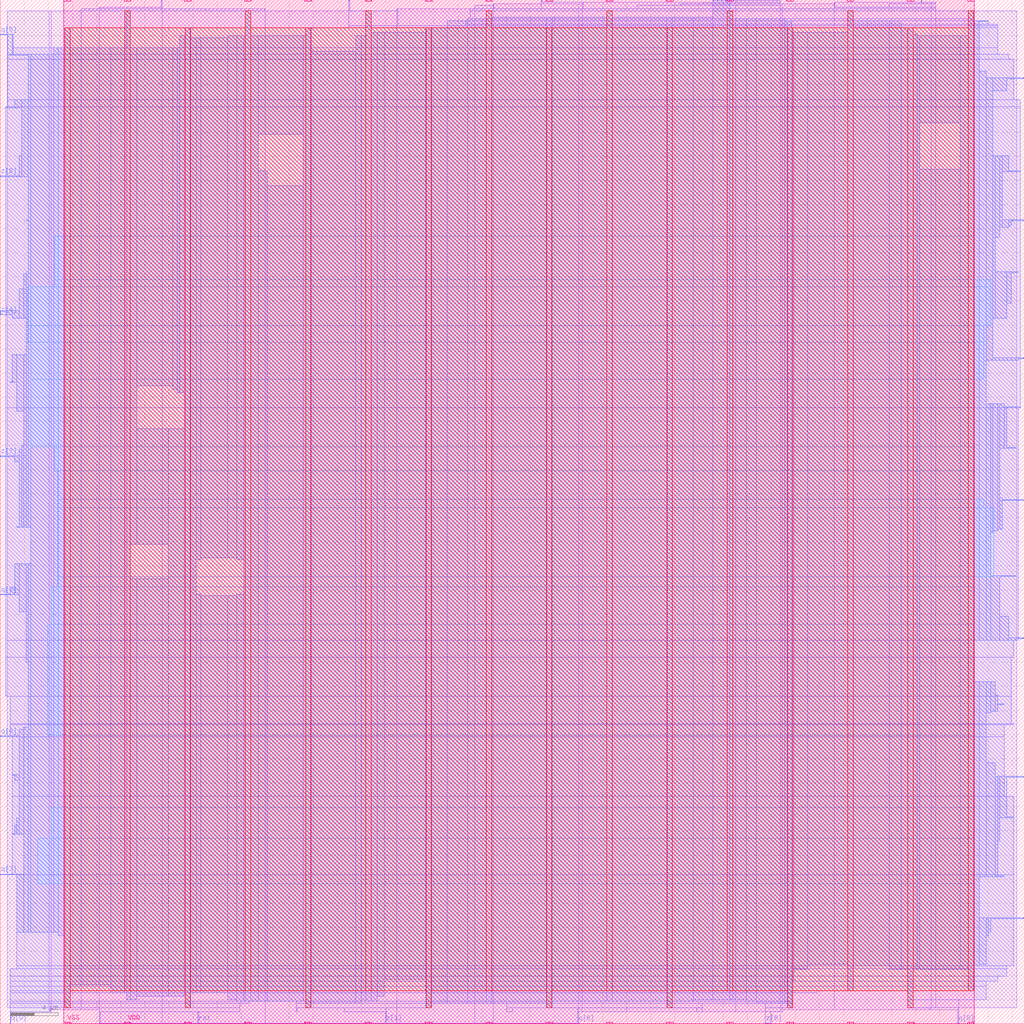
<source format=lef>
VERSION 5.8 ;
BUSBITCHARS "[]" ;
DIVIDERCHAR "/" ;
UNITS
    DATABASE MICRONS 2000 ;
END UNITS

VIA via1_2_1120_340_1_3_300_300
  VIARULE Via1Array-0 ;
  CUTSIZE 0.07 0.07 ;
  LAYERS metal1 via1 metal2 ;
  CUTSPACING 0.08 0.08 ;
  ENCLOSURE 0.035 0.05 0.035 0.035 ;
  ROWCOL 1 3 ;
END via1_2_1120_340_1_3_300_300

VIA via2_3_1120_340_1_3_320_320
  VIARULE Via2Array-0 ;
  CUTSIZE 0.07 0.07 ;
  LAYERS metal2 via2 metal3 ;
  CUTSPACING 0.09 0.09 ;
  ENCLOSURE 0.035 0.035 0.035 0.035 ;
  ROWCOL 1 3 ;
END via2_3_1120_340_1_3_320_320

VIA via3_4_1120_340_1_3_320_320
  VIARULE Via3Array-0 ;
  CUTSIZE 0.07 0.07 ;
  LAYERS metal3 via3 metal4 ;
  CUTSPACING 0.09 0.09 ;
  ENCLOSURE 0.035 0.035 0.035 0.035 ;
  ROWCOL 1 3 ;
END via3_4_1120_340_1_3_320_320

VIA via4_5_1120_340_1_2_600_600
  VIARULE Via4Array-0 ;
  CUTSIZE 0.14 0.14 ;
  LAYERS metal4 via4 metal5 ;
  CUTSPACING 0.16 0.16 ;
  ENCLOSURE 0 0 0 0 ;
  ROWCOL 1 2 ;
END via4_5_1120_340_1_2_600_600

VIA via5_6_1120_340_1_2_600_600
  VIARULE Via5Array-0 ;
  CUTSIZE 0.14 0.14 ;
  LAYERS metal5 via5 metal6 ;
  CUTSPACING 0.16 0.16 ;
  ENCLOSURE 0 0 0.06 0 ;
  ROWCOL 1 2 ;
END via5_6_1120_340_1_2_600_600

MACRO enfasi
  FOREIGN enfasi 0 0 ;
  CLASS BLOCK ;
  SIZE 85 BY 85 ;
  PIN clk
    DIRECTION INPUT ;
    USE SIGNAL ;
    PORT
      LAYER metal3 ;
        RECT  84.93 31.955 85 32.025 ;
    END
  END clk
  PIN q[0]
    DIRECTION OUTPUT ;
    USE SIGNAL ;
    PORT
      LAYER metal3 ;
        RECT  0 23.835 0.07 23.905 ;
    END
  END q[0]
  PIN q[10]
    DIRECTION OUTPUT ;
    USE SIGNAL ;
    PORT
      LAYER metal2 ;
        RECT  60.48 84.93 60.55 85 ;
    END
  END q[10]
  PIN q[11]
    DIRECTION OUTPUT ;
    USE SIGNAL ;
    PORT
      LAYER metal3 ;
        RECT  84.93 8.715 85 8.785 ;
    END
  END q[11]
  PIN q[1]
    DIRECTION OUTPUT ;
    USE SIGNAL ;
    PORT
      LAYER metal3 ;
        RECT  84.93 78.435 85 78.505 ;
    END
  END q[1]
  PIN q[2]
    DIRECTION OUTPUT ;
    USE SIGNAL ;
    PORT
      LAYER metal2 ;
        RECT  13.36 84.93 13.43 85 ;
    END
  END q[2]
  PIN q[3]
    DIRECTION OUTPUT ;
    USE SIGNAL ;
    PORT
      LAYER metal3 ;
        RECT  0 35.595 0.07 35.665 ;
    END
  END q[3]
  PIN q[4]
    DIRECTION OUTPUT ;
    USE SIGNAL ;
    PORT
      LAYER metal2 ;
        RECT  76.44 84.93 76.51 85 ;
    END
  END q[4]
  PIN q[5]
    DIRECTION OUTPUT ;
    USE SIGNAL ;
    PORT
      LAYER metal3 ;
        RECT  0 82.075 0.07 82.145 ;
    END
  END q[5]
  PIN q[6]
    DIRECTION OUTPUT ;
    USE SIGNAL ;
    PORT
      LAYER metal2 ;
        RECT  47.94 0 48.01 0.07 ;
    END
  END q[6]
  PIN q[7]
    DIRECTION OUTPUT ;
    USE SIGNAL ;
    PORT
      LAYER metal3 ;
        RECT  0 12.355 0.07 12.425 ;
    END
  END q[7]
  PIN q[8]
    DIRECTION OUTPUT ;
    USE SIGNAL ;
    PORT
      LAYER metal2 ;
        RECT  79.48 0 79.55 0.07 ;
    END
  END q[8]
  PIN q[9]
    DIRECTION OUTPUT ;
    USE SIGNAL ;
    PORT
      LAYER metal2 ;
        RECT  0.82 0 0.89 0.07 ;
    END
  END q[9]
  PIN rst
    DIRECTION INPUT ;
    USE SIGNAL ;
    PORT
      LAYER metal2 ;
        RECT  16.4 0 16.47 0.07 ;
    END
  END rst
  PIN z[0]
    DIRECTION INPUT ;
    USE SIGNAL ;
    PORT
      LAYER metal2 ;
        RECT  28.94 84.93 29.01 85 ;
    END
  END z[0]
  PIN z[10]
    DIRECTION INPUT ;
    USE SIGNAL ;
    PORT
      LAYER metal3 ;
        RECT  84.93 20.475 85 20.545 ;
    END
  END z[10]
  PIN z[1]
    DIRECTION INPUT ;
    USE SIGNAL ;
    PORT
      LAYER metal2 ;
        RECT  31.98 0 32.05 0.07 ;
    END
  END z[1]
  PIN z[2]
    DIRECTION INPUT ;
    USE SIGNAL ;
    PORT
      LAYER metal3 ;
        RECT  84.93 55.195 85 55.265 ;
    END
  END z[2]
  PIN z[3]
    DIRECTION INPUT ;
    USE SIGNAL ;
    PORT
      LAYER metal3 ;
        RECT  84.93 66.675 85 66.745 ;
    END
  END z[3]
  PIN z[4]
    DIRECTION INPUT ;
    USE SIGNAL ;
    PORT
      LAYER metal3 ;
        RECT  0 58.835 0.07 58.905 ;
    END
  END z[4]
  PIN z[5]
    DIRECTION INPUT ;
    USE SIGNAL ;
    PORT
      LAYER metal2 ;
        RECT  44.9 84.93 44.97 85 ;
    END
  END z[5]
  PIN z[6]
    DIRECTION INPUT ;
    USE SIGNAL ;
    PORT
      LAYER metal2 ;
        RECT  63.52 0 63.59 0.07 ;
    END
  END z[6]
  PIN z[7]
    DIRECTION INPUT ;
    USE SIGNAL ;
    PORT
      LAYER metal3 ;
        RECT  0 47.075 0.07 47.145 ;
    END
  END z[7]
  PIN z[8]
    DIRECTION INPUT ;
    USE SIGNAL ;
    PORT
      LAYER metal3 ;
        RECT  0 70.315 0.07 70.385 ;
    END
  END z[8]
  PIN z[9]
    DIRECTION INPUT ;
    USE SIGNAL ;
    PORT
      LAYER metal3 ;
        RECT  84.93 43.435 85 43.505 ;
    END
  END z[9]
  PIN VSS
    DIRECTION INOUT ;
    USE GROUND ;
    PORT
      LAYER metal6 ;
        RECT  75.29 84.86 75.85 85 ;
        RECT  75.29 0 75.85 0.14 ;
        RECT  65.29 84.86 65.85 85 ;
        RECT  65.29 0 65.85 0.14 ;
        RECT  55.29 84.86 55.85 85 ;
        RECT  55.29 0 55.85 0.14 ;
        RECT  45.29 84.86 45.85 85 ;
        RECT  45.29 0 45.85 0.14 ;
        RECT  35.29 84.86 35.85 85 ;
        RECT  35.29 0 35.85 0.14 ;
        RECT  25.29 84.86 25.85 85 ;
        RECT  25.29 0 25.85 0.14 ;
        RECT  15.29 84.86 15.85 85 ;
        RECT  15.29 0 15.85 0.14 ;
        RECT  5.29 84.86 5.85 85 ;
        RECT  5.29 0 5.85 0.14 ;
    END
  END VSS
  PIN VDD
    DIRECTION INOUT ;
    USE POWER ;
    PORT
      LAYER metal6 ;
        RECT  80.29 84.86 80.85 85 ;
        RECT  80.29 0 80.85 0.14 ;
        RECT  70.29 84.86 70.85 85 ;
        RECT  70.29 0 70.85 0.14 ;
        RECT  60.29 84.86 60.85 85 ;
        RECT  60.29 0 60.85 0.14 ;
        RECT  50.29 84.86 50.85 85 ;
        RECT  50.29 0 50.85 0.14 ;
        RECT  40.29 84.86 40.85 85 ;
        RECT  40.29 0 40.85 0.14 ;
        RECT  30.29 84.86 30.85 85 ;
        RECT  30.29 0 30.85 0.14 ;
        RECT  20.29 84.86 20.85 85 ;
        RECT  20.29 0 20.85 0.14 ;
        RECT  10.29 84.86 10.85 85 ;
        RECT  10.29 0 10.85 0.14 ;
    END
  END VDD
  OBS
    LAYER metal1 ;
     RECT  0.44 27.195 0.57 27.265 ;
     RECT  0.57 1.315 4.05 84.085 ;
     RECT  4.05 1.015 4.235 84.085 ;
     RECT  4.235 1.155 6.71 84.085 ;
     RECT  6.71 1.155 8.23 84.245 ;
     RECT  8.23 0.035 13.43 84.385 ;
     RECT  13.43 0.035 21.98 84.245 ;
     RECT  21.98 0.035 32.93 84.085 ;
     RECT  32.93 0.035 39.39 84.245 ;
     RECT  39.39 0.035 40.91 84.525 ;
     RECT  40.91 0.035 48.01 84.665 ;
     RECT  48.01 1.015 48.32 84.665 ;
     RECT  48.32 1.015 61.05 84.805 ;
     RECT  61.05 1.015 64.73 84.945 ;
     RECT  64.73 1.015 64.92 84.665 ;
     RECT  64.92 1.155 69.22 84.665 ;
     RECT  69.22 1.155 77.27 84.805 ;
     RECT  77.27 1.315 77.65 84.805 ;
     RECT  77.65 1.315 84.36 84.085 ;
    LAYER metal2 ;
     RECT  63.71 0 63.97 0.035 ;
     RECT  0.82 0.035 0.89 1.015 ;
     RECT  8.23 0.035 8.3 1.015 ;
     RECT  16.4 0.035 16.47 1.015 ;
     RECT  31.98 0.035 32.05 1.015 ;
     RECT  47.94 0.035 48.01 1.015 ;
     RECT  63.52 0.035 63.97 1.015 ;
     RECT  79.48 0.035 79.55 1.155 ;
     RECT  0.82 1.015 4.12 1.33 ;
     RECT  8.23 1.015 19.89 1.33 ;
     RECT  24.57 1.015 24.64 1.33 ;
     RECT  28.56 1.015 32.05 1.33 ;
     RECT  42.05 1.015 42.5 1.33 ;
     RECT  47.94 1.015 52 1.33 ;
     RECT  57.82 1.015 58.27 1.33 ;
     RECT  63.52 1.015 64.92 1.33 ;
     RECT  77.2 1.155 79.55 1.33 ;
     RECT  0.82 1.33 19.89 1.715 ;
     RECT  24.57 1.33 35.8 1.715 ;
     RECT  42.05 1.33 58.27 1.715 ;
     RECT  63.52 1.33 65.8 1.715 ;
     RECT  0.82 1.715 20.65 1.855 ;
     RECT  24.57 1.715 65.8 1.855 ;
     RECT  75.34 1.33 79.55 1.995 ;
     RECT  0.82 1.855 65.8 2.555 ;
     RECT  0.82 2.555 67.77 2.73 ;
     RECT  0.82 2.73 70.8 3.115 ;
     RECT  75.34 1.995 81.83 3.115 ;
     RECT  0.82 3.115 81.83 3.535 ;
     RECT  0.82 3.535 82.78 3.955 ;
     RECT  0.82 3.955 83.54 4.585 ;
     RECT  1.39 4.585 83.54 4.795 ;
     RECT  1.39 4.795 84.11 12.355 ;
     RECT  1.01 12.355 84.11 18.865 ;
     RECT  1.01 18.865 83.35 23.835 ;
     RECT  0.82 23.835 83.35 24.815 ;
     RECT  0.82 24.815 84.11 24.885 ;
     RECT  0.82 24.885 83.92 27.195 ;
     RECT  0.44 27.195 83.92 30.415 ;
     RECT  0.44 30.415 84.11 31.815 ;
     RECT  0.44 31.815 84.49 51.135 ;
     RECT  0.44 51.135 84.68 76.125 ;
     RECT  0.63 76.125 84.68 76.685 ;
     RECT  0.63 76.685 84.11 80.045 ;
     RECT  0.63 80.045 83.73 80.465 ;
     RECT  1.01 80.465 82.78 81.025 ;
     RECT  1.01 81.025 1.08 82.145 ;
     RECT  5.34 81.025 82.78 82.67 ;
     RECT  28.94 82.67 82.78 82.845 ;
     RECT  38.63 82.845 82.78 82.985 ;
     RECT  38.63 82.985 82.02 83.265 ;
     RECT  38.82 83.265 80.8 83.405 ;
     RECT  6.71 82.67 21.98 84.07 ;
     RECT  28.94 82.845 33 84.07 ;
     RECT  39.01 83.405 80.8 84.07 ;
     RECT  6.71 84.07 17.04 84.245 ;
     RECT  21.91 84.07 21.98 84.245 ;
     RECT  32.93 84.07 33 84.245 ;
     RECT  39.01 84.07 77.65 84.245 ;
     RECT  8.23 84.245 8.3 84.385 ;
     RECT  69.22 84.245 77.65 84.385 ;
     RECT  39.39 84.245 40.98 84.525 ;
     RECT  52.88 84.245 64.73 84.525 ;
     RECT  40.91 84.525 40.98 84.665 ;
     RECT  56.49 84.525 64.73 84.665 ;
     RECT  73.78 84.385 77.65 84.665 ;
     RECT  44.9 84.245 48.39 84.805 ;
     RECT  58.39 84.665 64.73 84.805 ;
     RECT  69.22 84.385 69.29 84.805 ;
     RECT  76.44 84.665 77.65 84.805 ;
     RECT  59.15 84.805 64.73 84.945 ;
     RECT  13.36 84.245 13.43 84.965 ;
     RECT  28.94 84.07 29.01 84.965 ;
     RECT  44.9 84.805 44.97 84.965 ;
     RECT  60.48 84.945 60.55 84.965 ;
     RECT  76.44 84.805 76.51 84.965 ;
    LAYER metal3 ;
     RECT  0 58.975 0.035 59.185 ;
     RECT  0.035 82.075 0.63 82.145 ;
     RECT  0.035 35.595 0.82 35.665 ;
     RECT  0.82 53.235 1.01 53.305 ;
     RECT  0.035 58.835 1.01 59.185 ;
     RECT  0.63 80.395 1.08 82.145 ;
     RECT  1.01 15.715 1.2 15.785 ;
     RECT  1.01 20.615 1.2 20.685 ;
     RECT  0.82 35.595 1.2 36.225 ;
     RECT  0.035 47.075 1.2 47.145 ;
     RECT  0.44 76.055 1.2 76.125 ;
     RECT  0.035 12.355 1.39 12.425 ;
     RECT  1.2 15.715 1.39 16.485 ;
     RECT  1.01 53.235 1.39 55.545 ;
     RECT  1.39 15.715 1.58 17.045 ;
     RECT  1.2 20.195 1.58 20.685 ;
     RECT  0.035 23.835 1.58 23.905 ;
     RECT  1.2 35.595 1.58 38.185 ;
     RECT  1.39 41.195 1.58 41.265 ;
     RECT  1.2 46.655 1.58 47.145 ;
     RECT  1.01 58.555 1.58 59.185 ;
     RECT  0.035 70.315 1.58 70.385 ;
     RECT  1.58 41.195 1.77 47.705 ;
     RECT  1.58 70.315 1.77 72.065 ;
     RECT  1.2 76.055 1.77 76.685 ;
     RECT  1.39 7.595 1.96 12.425 ;
     RECT  1.58 15.715 1.96 24.465 ;
     RECT  1.77 41.195 1.96 47.985 ;
     RECT  1.39 50.855 1.96 55.545 ;
     RECT  1.58 58.555 1.96 61.005 ;
     RECT  1.58 34.195 2.15 38.185 ;
     RECT  1.96 41.195 2.15 55.545 ;
     RECT  1.96 58.555 2.15 62.265 ;
     RECT  1.96 7.595 2.34 24.605 ;
     RECT  2.15 29.995 2.34 38.185 ;
     RECT  2.15 41.195 2.34 62.405 ;
     RECT  2.15 66.675 2.34 66.745 ;
     RECT  1.77 70.315 2.34 76.685 ;
     RECT  1.08 80.395 2.34 80.465 ;
     RECT  2.34 7.595 2.53 38.185 ;
     RECT  2.34 41.195 2.53 80.465 ;
     RECT  2.53 7.595 4.43 80.465 ;
     RECT  4.43 7.595 4.81 81.025 ;
     RECT  4.81 7.315 5.34 81.025 ;
     RECT  5.34 1.33 5.8 82.67 ;
     RECT  5.8 3.255 9.18 81.025 ;
     RECT  9.18 2.555 10.34 81.025 ;
     RECT  10.34 2.555 10.51 84.07 ;
     RECT  10.51 1.995 10.8 84.07 ;
     RECT  10.8 1.995 11.34 36.925 ;
     RECT  10.8 39.795 11.34 81.025 ;
     RECT  11.34 2.275 13.93 36.925 ;
     RECT  11.34 39.795 13.93 49.385 ;
     RECT  11.34 52.955 14.31 81.025 ;
     RECT  14.31 52.675 14.69 81.025 ;
     RECT  14.69 52.395 14.88 81.025 ;
     RECT  13.93 2.275 15.26 49.385 ;
     RECT  14.88 52.395 15.26 82.005 ;
     RECT  15.26 2.275 15.34 82.005 ;
     RECT  15.34 1.33 15.8 82.67 ;
     RECT  15.8 2.555 16.28 81.865 ;
     RECT  16.28 2.555 16.65 35.665 ;
     RECT  16.28 38.535 16.65 81.865 ;
     RECT  16.65 2.555 18.87 35.525 ;
     RECT  16.65 38.675 18.87 81.865 ;
     RECT  18.87 1.995 19.63 35.525 ;
     RECT  18.87 38.675 19.63 82.005 ;
     RECT  19.63 1.855 20.2 35.665 ;
     RECT  19.63 38.535 20.2 82.005 ;
     RECT  20.2 1.855 20.34 82.005 ;
     RECT  20.34 1.855 20.8 84.07 ;
     RECT  20.8 1.855 21.41 82.005 ;
     RECT  21.41 1.855 22.17 70.805 ;
     RECT  22.17 1.855 25.14 69.545 ;
     RECT  21.41 73.815 25.14 82.005 ;
     RECT  25.14 1.855 25.34 82.005 ;
     RECT  25.34 1.33 25.8 82.67 ;
     RECT  25.8 1.715 29.51 80.745 ;
     RECT  29.51 1.715 29.96 82.005 ;
     RECT  29.96 1.855 30.34 82.005 ;
     RECT  30.34 1.855 30.8 84.07 ;
     RECT  30.8 1.855 31.29 82.285 ;
     RECT  31.29 2.275 31.86 82.285 ;
     RECT  31.86 3.675 35.34 82.285 ;
     RECT  35.34 1.33 35.8 82.67 ;
     RECT  35.8 1.715 37.11 82.67 ;
     RECT  37.11 1.715 38.82 83.265 ;
     RECT  38.82 1.715 40.34 83.405 ;
     RECT  40.34 1.715 40.8 84.07 ;
     RECT  40.8 1.715 45.34 83.545 ;
     RECT  45.34 1.33 45.8 83.545 ;
     RECT  45.8 1.855 50.34 83.545 ;
     RECT  50.34 1.855 50.8 84.07 ;
     RECT  50.8 1.855 55.34 83.545 ;
     RECT  55.34 1.33 55.8 83.545 ;
     RECT  55.8 1.855 57.51 83.545 ;
     RECT  57.51 1.995 59.15 83.545 ;
     RECT  59.15 1.995 60.55 84.945 ;
     RECT  60.55 1.995 60.8 84.07 ;
     RECT  60.8 1.995 61.94 83.405 ;
     RECT  61.94 1.855 62.76 83.405 ;
     RECT  62.76 1.715 65.11 83.405 ;
     RECT  65.11 1.715 65.34 83.265 ;
     RECT  65.34 1.33 65.68 83.265 ;
     RECT  65.68 1.33 65.8 82.67 ;
     RECT  65.8 3.535 65.87 82.285 ;
     RECT  65.87 4.515 67.01 82.285 ;
     RECT  67.01 4.935 70.34 82.285 ;
     RECT  70.34 2.73 70.8 84.07 ;
     RECT  70.8 4.795 73.78 83.265 ;
     RECT  73.78 4.515 74.8 83.265 ;
     RECT  74.8 4.515 75.34 82.67 ;
     RECT  75.34 1.33 75.8 82.67 ;
     RECT  75.8 4.515 76.13 82.145 ;
     RECT  76.13 4.515 76.32 82.005 ;
     RECT  76.32 4.515 79.67 70.945 ;
     RECT  76.32 74.795 79.67 82.005 ;
     RECT  79.67 4.515 80.34 82.005 ;
     RECT  80.34 2.73 80.8 84.07 ;
     RECT  80.8 4.795 81.26 28.385 ;
     RECT  80.8 31.815 81.26 83.265 ;
     RECT  81.26 4.935 81.83 8.785 ;
     RECT  81.26 12.215 81.83 28.385 ;
     RECT  81.26 31.815 81.83 79.065 ;
     RECT  81.83 7.315 82.02 8.785 ;
     RECT  81.26 83.195 82.02 83.265 ;
     RECT  82.02 7.595 82.21 8.785 ;
     RECT  81.83 25.795 82.21 28.385 ;
     RECT  81.83 31.815 82.21 51.485 ;
     RECT  82.21 40.775 82.4 51.485 ;
     RECT  81.83 55.055 82.4 78.505 ;
     RECT  81.83 12.215 82.59 21.665 ;
     RECT  82.21 25.935 82.59 28.385 ;
     RECT  82.4 58.555 82.59 72.065 ;
     RECT  82.59 12.215 82.78 20.545 ;
     RECT  82.59 25.935 82.78 27.265 ;
     RECT  82.4 40.915 82.78 51.485 ;
     RECT  82.78 15.155 82.97 20.545 ;
     RECT  82.21 31.815 82.97 37.205 ;
     RECT  82.78 41.055 82.97 51.485 ;
     RECT  82.59 65.275 82.97 72.065 ;
     RECT  82.97 41.055 83.16 43.645 ;
     RECT  82.97 66.115 83.16 72.065 ;
     RECT  82.78 12.215 83.35 12.285 ;
     RECT  82.78 26.495 83.35 26.565 ;
     RECT  82.97 47.775 83.35 51.485 ;
     RECT  82.97 17.115 83.54 20.545 ;
     RECT  83.35 47.775 83.54 51.205 ;
     RECT  82.59 58.555 83.54 62.405 ;
     RECT  82.4 77.455 83.54 78.505 ;
     RECT  82.97 31.815 83.73 33.845 ;
     RECT  83.16 66.115 83.73 66.745 ;
     RECT  83.16 70.735 83.73 72.065 ;
     RECT  83.54 59.815 83.92 62.405 ;
     RECT  83.73 66.255 83.92 66.745 ;
     RECT  83.54 17.115 84.11 17.185 ;
     RECT  82.97 37.135 84.3 37.205 ;
     RECT  83.54 47.775 84.3 47.845 ;
     RECT  83.73 31.815 84.49 32.025 ;
     RECT  82.4 55.055 84.49 55.265 ;
     RECT  83.92 62.335 84.49 62.405 ;
     RECT  83.54 51.135 84.68 51.205 ;
     RECT  83.73 70.735 84.68 70.805 ;
     RECT  82.21 8.715 84.965 8.785 ;
     RECT  83.54 20.475 84.965 20.545 ;
     RECT  84.49 31.955 84.965 32.025 ;
     RECT  83.16 43.435 84.965 43.505 ;
     RECT  84.49 55.195 84.965 55.265 ;
     RECT  83.92 66.675 84.965 66.745 ;
     RECT  83.54 78.435 84.965 78.505 ;
    LAYER metal4 ;
     RECT  5.34 1.33 5.8 2.73 ;
     RECT  15.34 1.33 15.8 2.73 ;
     RECT  25.34 1.33 25.8 2.73 ;
     RECT  35.34 1.33 35.8 2.73 ;
     RECT  45.34 1.33 45.8 2.73 ;
     RECT  55.34 1.33 55.8 2.73 ;
     RECT  65.34 1.33 65.8 2.73 ;
     RECT  75.34 1.33 75.8 2.73 ;
     RECT  5.34 2.73 80.8 11.62 ;
     RECT  3.105 11.62 80.8 15.4 ;
     RECT  4.225 15.4 80.8 17.92 ;
     RECT  5.34 17.92 80.8 23.94 ;
     RECT  3.945 23.94 80.8 33.18 ;
     RECT  4.225 33.18 80.8 36.26 ;
     RECT  4.785 36.26 80.8 37.1 ;
     RECT  4.785 37.1 82.485 42.84 ;
     RECT  4.785 42.84 81.645 43.54 ;
     RECT  4.785 43.54 80.8 45.92 ;
     RECT  4.505 45.92 80.8 47.88 ;
     RECT  2.545 47.88 80.8 53.48 ;
     RECT  2.545 53.48 81.645 56.56 ;
     RECT  2.265 56.56 81.645 57.96 ;
     RECT  2.265 57.96 82.205 61.18 ;
     RECT  4.505 61.18 82.205 61.74 ;
     RECT  4.505 61.74 80.8 65.38 ;
     RECT  5.34 65.38 80.8 82.67 ;
     RECT  10.34 82.67 10.8 84.07 ;
     RECT  20.34 82.67 20.8 84.07 ;
     RECT  30.34 82.67 30.8 84.07 ;
     RECT  40.34 82.67 40.8 84.07 ;
     RECT  50.34 82.67 50.8 84.07 ;
     RECT  60.34 82.67 60.8 84.07 ;
     RECT  70.34 82.67 70.8 84.07 ;
     RECT  80.34 82.67 80.8 84.07 ;
    LAYER metal5 ;
     RECT  5.35 1.33 5.79 82.67 ;
     RECT  5.79 2.73 10.35 82.67 ;
     RECT  10.35 2.73 10.79 84.07 ;
     RECT  10.79 2.73 15.35 82.67 ;
     RECT  15.35 1.33 15.79 82.67 ;
     RECT  15.79 2.73 20.35 82.67 ;
     RECT  20.35 2.73 20.79 84.07 ;
     RECT  20.79 2.73 25.35 82.67 ;
     RECT  25.35 1.33 25.79 82.67 ;
     RECT  25.79 2.73 30.35 82.67 ;
     RECT  30.35 2.73 30.79 84.07 ;
     RECT  30.79 2.73 35.35 82.67 ;
     RECT  35.35 1.33 35.79 82.67 ;
     RECT  35.79 2.73 40.35 82.67 ;
     RECT  40.35 2.73 40.79 84.07 ;
     RECT  40.79 2.73 45.35 82.67 ;
     RECT  45.35 1.33 45.79 82.67 ;
     RECT  45.79 2.73 50.35 82.67 ;
     RECT  50.35 2.73 50.79 84.07 ;
     RECT  50.79 2.73 55.35 82.67 ;
     RECT  55.35 1.33 55.79 82.67 ;
     RECT  55.79 2.73 60.35 82.67 ;
     RECT  60.35 2.73 60.79 84.07 ;
     RECT  60.79 2.73 65.35 82.67 ;
     RECT  65.35 1.33 65.79 82.67 ;
     RECT  65.79 2.73 70.35 82.67 ;
     RECT  70.35 2.73 70.79 84.07 ;
     RECT  70.79 2.73 75.35 82.67 ;
     RECT  75.35 1.33 75.79 82.67 ;
     RECT  75.79 2.73 80.35 82.67 ;
     RECT  80.35 2.73 80.79 84.07 ;
    LAYER metal6 ;
     RECT  5.29 0 80.85 85 ;
  END
END enfasi
END LIBRARY

</source>
